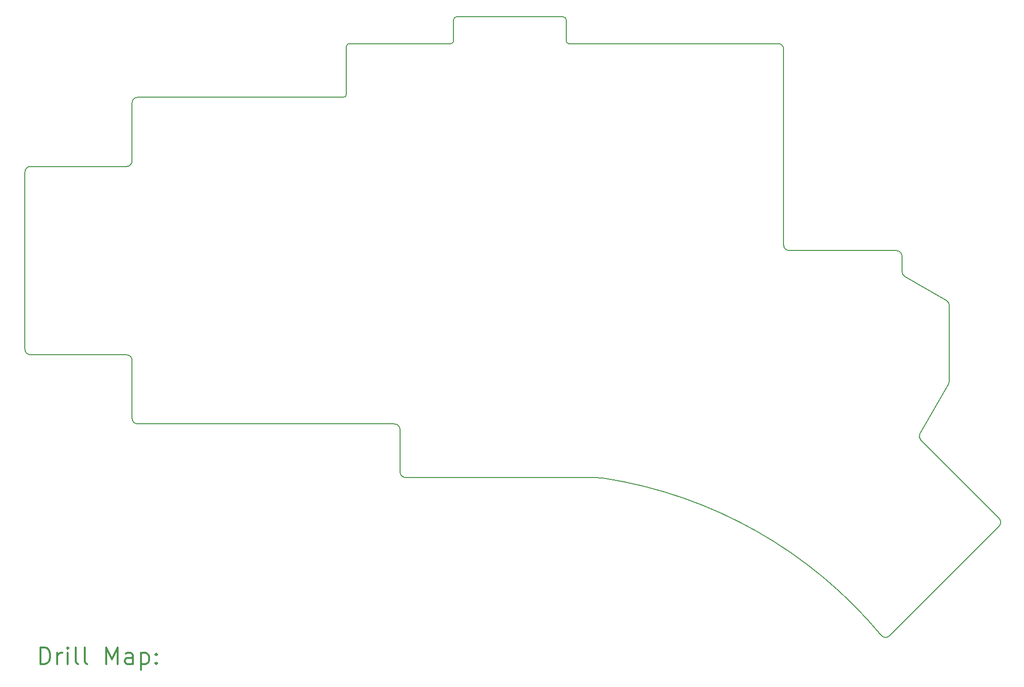
<source format=gbr>
%FSLAX45Y45*%
G04 Gerber Fmt 4.5, Leading zero omitted, Abs format (unit mm)*
G04 Created by KiCad (PCBNEW (5.1.10)-1) date 2021-10-25 12:35:57*
%MOMM*%
%LPD*%
G01*
G04 APERTURE LIST*
%TA.AperFunction,Profile*%
%ADD10C,0.200000*%
%TD*%
%ADD11C,0.200000*%
%ADD12C,0.300000*%
G04 APERTURE END LIST*
D10*
X6344430Y-11174400D02*
G75*
G02*
X6444430Y-11274400I0J-100000D01*
G01*
X20130531Y-9421370D02*
X20130531Y-9696123D01*
X20466300Y-12692348D02*
X21856406Y-14082623D01*
X20466299Y-12692348D02*
G75*
G02*
X20450410Y-12571645I70715J70706D01*
G01*
X14209360Y-5641370D02*
X16034360Y-5641370D01*
X20971957Y-10297357D02*
X20971957Y-11641428D01*
X6444430Y-12303770D02*
X6444430Y-11274400D01*
X14209360Y-5641370D02*
G75*
G02*
X14159360Y-5591370I0J50000D01*
G01*
X12209430Y-5165070D02*
X14109360Y-5165070D01*
X6344430Y-11174400D02*
X4639425Y-11174400D01*
X16114360Y-5641370D02*
X17823200Y-5641370D01*
X4639425Y-7824400D02*
X6344430Y-7824400D01*
X11206930Y-13256870D02*
X11206930Y-12503770D01*
X6544430Y-12403770D02*
G75*
G02*
X6444430Y-12303770I0J100000D01*
G01*
X6544430Y-6593840D02*
X7073900Y-6593840D01*
X10254430Y-6543840D02*
G75*
G02*
X10204430Y-6593840I-50000J0D01*
G01*
X18027435Y-5741370D02*
X18027435Y-9221370D01*
X6444430Y-6693840D02*
G75*
G02*
X6544430Y-6593840I100000J0D01*
G01*
X4539425Y-11074400D02*
X4539425Y-7924400D01*
X4639425Y-11174400D02*
G75*
G02*
X4539425Y-11074400I0J100000D01*
G01*
X11106930Y-12403770D02*
X6544430Y-12403770D01*
X14826814Y-13368557D02*
G75*
G02*
X19764695Y-16168492I-1219184J-7904233D01*
G01*
X6444430Y-7724400D02*
X6444430Y-6693840D01*
X20921954Y-10210753D02*
G75*
G02*
X20971957Y-10297357I-49997J-86604D01*
G01*
X10254430Y-6543840D02*
X10254430Y-5691370D01*
X17823200Y-5641370D02*
X17927435Y-5641370D01*
X18127435Y-9321370D02*
G75*
G02*
X18027435Y-9221370I0J100000D01*
G01*
X11106930Y-12403770D02*
G75*
G02*
X11206930Y-12503770I0J-100000D01*
G01*
X18127435Y-9321370D02*
X20030531Y-9321370D01*
X14674372Y-13356870D02*
X11306930Y-13356870D01*
X21856406Y-14082623D02*
G75*
G02*
X21856396Y-14224045I-70714J-70706D01*
G01*
X17927435Y-5641370D02*
G75*
G02*
X18027435Y-5741370I0J-100000D01*
G01*
X20030531Y-9321370D02*
G75*
G02*
X20130531Y-9421370I0J-100000D01*
G01*
X14109360Y-5165070D02*
G75*
G02*
X14159360Y-5215070I0J-50000D01*
G01*
X11306930Y-13356870D02*
G75*
G02*
X11206930Y-13256870I0J100000D01*
G01*
X19908815Y-16171311D02*
G75*
G02*
X19764695Y-16168492I-70705J70716D01*
G01*
X12159430Y-5591370D02*
G75*
G02*
X12109430Y-5641370I-50000J0D01*
G01*
X20971957Y-11641428D02*
G75*
G02*
X20958562Y-11691425I-100000J0D01*
G01*
X10254430Y-5691370D02*
G75*
G02*
X10304430Y-5641370I50000J0D01*
G01*
X12159430Y-5591370D02*
X12159430Y-5215070D01*
X20958562Y-11691425D02*
X20450410Y-12571645D01*
X20180534Y-9782727D02*
G75*
G02*
X20130531Y-9696123I49997J86604D01*
G01*
X4539425Y-7924400D02*
G75*
G02*
X4639425Y-7824400I100000J0D01*
G01*
X20180534Y-9782727D02*
X20921954Y-10210753D01*
X21856396Y-14224045D02*
X19908815Y-16171311D01*
X14674372Y-13356870D02*
G75*
G02*
X14826814Y-13368557I0J-1000000D01*
G01*
X10304430Y-5641370D02*
X12109430Y-5641370D01*
X16034360Y-5641370D02*
X16114360Y-5641370D01*
X6444430Y-7724400D02*
G75*
G02*
X6344430Y-7824400I-100000J0D01*
G01*
X14159360Y-5215070D02*
X14159360Y-5591370D01*
X12159430Y-5215070D02*
G75*
G02*
X12209430Y-5165070I50000J0D01*
G01*
X7073900Y-6593840D02*
X10204430Y-6593840D01*
D11*
D12*
X4815853Y-16676309D02*
X4815853Y-16376309D01*
X4887282Y-16376309D01*
X4930139Y-16390594D01*
X4958711Y-16419166D01*
X4972996Y-16447737D01*
X4987282Y-16504880D01*
X4987282Y-16547737D01*
X4972996Y-16604880D01*
X4958711Y-16633451D01*
X4930139Y-16662023D01*
X4887282Y-16676309D01*
X4815853Y-16676309D01*
X5115853Y-16676309D02*
X5115853Y-16476309D01*
X5115853Y-16533451D02*
X5130139Y-16504880D01*
X5144425Y-16490594D01*
X5172996Y-16476309D01*
X5201568Y-16476309D01*
X5301568Y-16676309D02*
X5301568Y-16476309D01*
X5301568Y-16376309D02*
X5287282Y-16390594D01*
X5301568Y-16404880D01*
X5315853Y-16390594D01*
X5301568Y-16376309D01*
X5301568Y-16404880D01*
X5487282Y-16676309D02*
X5458711Y-16662023D01*
X5444425Y-16633451D01*
X5444425Y-16376309D01*
X5644425Y-16676309D02*
X5615853Y-16662023D01*
X5601568Y-16633451D01*
X5601568Y-16376309D01*
X5987282Y-16676309D02*
X5987282Y-16376309D01*
X6087282Y-16590594D01*
X6187282Y-16376309D01*
X6187282Y-16676309D01*
X6458711Y-16676309D02*
X6458711Y-16519166D01*
X6444425Y-16490594D01*
X6415853Y-16476309D01*
X6358711Y-16476309D01*
X6330139Y-16490594D01*
X6458711Y-16662023D02*
X6430139Y-16676309D01*
X6358711Y-16676309D01*
X6330139Y-16662023D01*
X6315853Y-16633451D01*
X6315853Y-16604880D01*
X6330139Y-16576309D01*
X6358711Y-16562023D01*
X6430139Y-16562023D01*
X6458711Y-16547737D01*
X6601568Y-16476309D02*
X6601568Y-16776309D01*
X6601568Y-16490594D02*
X6630139Y-16476309D01*
X6687282Y-16476309D01*
X6715853Y-16490594D01*
X6730139Y-16504880D01*
X6744425Y-16533451D01*
X6744425Y-16619166D01*
X6730139Y-16647737D01*
X6715853Y-16662023D01*
X6687282Y-16676309D01*
X6630139Y-16676309D01*
X6601568Y-16662023D01*
X6872996Y-16647737D02*
X6887282Y-16662023D01*
X6872996Y-16676309D01*
X6858711Y-16662023D01*
X6872996Y-16647737D01*
X6872996Y-16676309D01*
X6872996Y-16490594D02*
X6887282Y-16504880D01*
X6872996Y-16519166D01*
X6858711Y-16504880D01*
X6872996Y-16490594D01*
X6872996Y-16519166D01*
M02*

</source>
